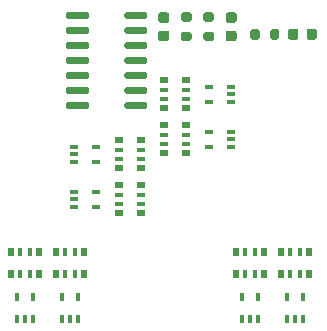
<source format=gbr>
%TF.GenerationSoftware,KiCad,Pcbnew,(5.1.9-0-10_14)*%
%TF.CreationDate,2021-01-17T14:25:06+01:00*%
%TF.ProjectId,SYZYGY-PMOD4,53595a59-4759-42d5-904d-4f44342e6b69,rev?*%
%TF.SameCoordinates,Original*%
%TF.FileFunction,Paste,Top*%
%TF.FilePolarity,Positive*%
%FSLAX46Y46*%
G04 Gerber Fmt 4.6, Leading zero omitted, Abs format (unit mm)*
G04 Created by KiCad (PCBNEW (5.1.9-0-10_14)) date 2021-01-17 14:25:06*
%MOMM*%
%LPD*%
G01*
G04 APERTURE LIST*
%ADD10R,0.500000X0.800000*%
%ADD11R,0.400000X0.800000*%
%ADD12R,0.650000X0.400000*%
%ADD13R,0.400000X0.650000*%
%ADD14R,0.800000X0.500000*%
%ADD15R,0.800000X0.400000*%
G04 APERTURE END LIST*
%TO.C,U1*%
G36*
G01*
X147625000Y-77607500D02*
X147625000Y-77307500D01*
G75*
G02*
X147775000Y-77157500I150000J0D01*
G01*
X149425000Y-77157500D01*
G75*
G02*
X149575000Y-77307500I0J-150000D01*
G01*
X149575000Y-77607500D01*
G75*
G02*
X149425000Y-77757500I-150000J0D01*
G01*
X147775000Y-77757500D01*
G75*
G02*
X147625000Y-77607500I0J150000D01*
G01*
G37*
G36*
G01*
X147625000Y-78877500D02*
X147625000Y-78577500D01*
G75*
G02*
X147775000Y-78427500I150000J0D01*
G01*
X149425000Y-78427500D01*
G75*
G02*
X149575000Y-78577500I0J-150000D01*
G01*
X149575000Y-78877500D01*
G75*
G02*
X149425000Y-79027500I-150000J0D01*
G01*
X147775000Y-79027500D01*
G75*
G02*
X147625000Y-78877500I0J150000D01*
G01*
G37*
G36*
G01*
X147625000Y-80147500D02*
X147625000Y-79847500D01*
G75*
G02*
X147775000Y-79697500I150000J0D01*
G01*
X149425000Y-79697500D01*
G75*
G02*
X149575000Y-79847500I0J-150000D01*
G01*
X149575000Y-80147500D01*
G75*
G02*
X149425000Y-80297500I-150000J0D01*
G01*
X147775000Y-80297500D01*
G75*
G02*
X147625000Y-80147500I0J150000D01*
G01*
G37*
G36*
G01*
X147625000Y-81417500D02*
X147625000Y-81117500D01*
G75*
G02*
X147775000Y-80967500I150000J0D01*
G01*
X149425000Y-80967500D01*
G75*
G02*
X149575000Y-81117500I0J-150000D01*
G01*
X149575000Y-81417500D01*
G75*
G02*
X149425000Y-81567500I-150000J0D01*
G01*
X147775000Y-81567500D01*
G75*
G02*
X147625000Y-81417500I0J150000D01*
G01*
G37*
G36*
G01*
X147625000Y-82687500D02*
X147625000Y-82387500D01*
G75*
G02*
X147775000Y-82237500I150000J0D01*
G01*
X149425000Y-82237500D01*
G75*
G02*
X149575000Y-82387500I0J-150000D01*
G01*
X149575000Y-82687500D01*
G75*
G02*
X149425000Y-82837500I-150000J0D01*
G01*
X147775000Y-82837500D01*
G75*
G02*
X147625000Y-82687500I0J150000D01*
G01*
G37*
G36*
G01*
X147625000Y-83957500D02*
X147625000Y-83657500D01*
G75*
G02*
X147775000Y-83507500I150000J0D01*
G01*
X149425000Y-83507500D01*
G75*
G02*
X149575000Y-83657500I0J-150000D01*
G01*
X149575000Y-83957500D01*
G75*
G02*
X149425000Y-84107500I-150000J0D01*
G01*
X147775000Y-84107500D01*
G75*
G02*
X147625000Y-83957500I0J150000D01*
G01*
G37*
G36*
G01*
X147625000Y-85227500D02*
X147625000Y-84927500D01*
G75*
G02*
X147775000Y-84777500I150000J0D01*
G01*
X149425000Y-84777500D01*
G75*
G02*
X149575000Y-84927500I0J-150000D01*
G01*
X149575000Y-85227500D01*
G75*
G02*
X149425000Y-85377500I-150000J0D01*
G01*
X147775000Y-85377500D01*
G75*
G02*
X147625000Y-85227500I0J150000D01*
G01*
G37*
G36*
G01*
X142675000Y-85227500D02*
X142675000Y-84927500D01*
G75*
G02*
X142825000Y-84777500I150000J0D01*
G01*
X144475000Y-84777500D01*
G75*
G02*
X144625000Y-84927500I0J-150000D01*
G01*
X144625000Y-85227500D01*
G75*
G02*
X144475000Y-85377500I-150000J0D01*
G01*
X142825000Y-85377500D01*
G75*
G02*
X142675000Y-85227500I0J150000D01*
G01*
G37*
G36*
G01*
X142675000Y-83957500D02*
X142675000Y-83657500D01*
G75*
G02*
X142825000Y-83507500I150000J0D01*
G01*
X144475000Y-83507500D01*
G75*
G02*
X144625000Y-83657500I0J-150000D01*
G01*
X144625000Y-83957500D01*
G75*
G02*
X144475000Y-84107500I-150000J0D01*
G01*
X142825000Y-84107500D01*
G75*
G02*
X142675000Y-83957500I0J150000D01*
G01*
G37*
G36*
G01*
X142675000Y-82687500D02*
X142675000Y-82387500D01*
G75*
G02*
X142825000Y-82237500I150000J0D01*
G01*
X144475000Y-82237500D01*
G75*
G02*
X144625000Y-82387500I0J-150000D01*
G01*
X144625000Y-82687500D01*
G75*
G02*
X144475000Y-82837500I-150000J0D01*
G01*
X142825000Y-82837500D01*
G75*
G02*
X142675000Y-82687500I0J150000D01*
G01*
G37*
G36*
G01*
X142675000Y-81417500D02*
X142675000Y-81117500D01*
G75*
G02*
X142825000Y-80967500I150000J0D01*
G01*
X144475000Y-80967500D01*
G75*
G02*
X144625000Y-81117500I0J-150000D01*
G01*
X144625000Y-81417500D01*
G75*
G02*
X144475000Y-81567500I-150000J0D01*
G01*
X142825000Y-81567500D01*
G75*
G02*
X142675000Y-81417500I0J150000D01*
G01*
G37*
G36*
G01*
X142675000Y-80147500D02*
X142675000Y-79847500D01*
G75*
G02*
X142825000Y-79697500I150000J0D01*
G01*
X144475000Y-79697500D01*
G75*
G02*
X144625000Y-79847500I0J-150000D01*
G01*
X144625000Y-80147500D01*
G75*
G02*
X144475000Y-80297500I-150000J0D01*
G01*
X142825000Y-80297500D01*
G75*
G02*
X142675000Y-80147500I0J150000D01*
G01*
G37*
G36*
G01*
X142675000Y-78877500D02*
X142675000Y-78577500D01*
G75*
G02*
X142825000Y-78427500I150000J0D01*
G01*
X144475000Y-78427500D01*
G75*
G02*
X144625000Y-78577500I0J-150000D01*
G01*
X144625000Y-78877500D01*
G75*
G02*
X144475000Y-79027500I-150000J0D01*
G01*
X142825000Y-79027500D01*
G75*
G02*
X142675000Y-78877500I0J150000D01*
G01*
G37*
G36*
G01*
X142675000Y-77607500D02*
X142675000Y-77307500D01*
G75*
G02*
X142825000Y-77157500I150000J0D01*
G01*
X144475000Y-77157500D01*
G75*
G02*
X144625000Y-77307500I0J-150000D01*
G01*
X144625000Y-77607500D01*
G75*
G02*
X144475000Y-77757500I-150000J0D01*
G01*
X142825000Y-77757500D01*
G75*
G02*
X142675000Y-77607500I0J150000D01*
G01*
G37*
%TD*%
D10*
%TO.C,RN2*%
X141815000Y-99312500D03*
D11*
X142615000Y-99312500D03*
D10*
X144215000Y-99312500D03*
D11*
X143415000Y-99312500D03*
D10*
X141815000Y-97512500D03*
D11*
X143415000Y-97512500D03*
X142615000Y-97512500D03*
D10*
X144215000Y-97512500D03*
%TD*%
D12*
%TO.C,D8*%
X154765000Y-84775000D03*
X154765000Y-83475000D03*
X156665000Y-84125000D03*
X156665000Y-83475000D03*
X156665000Y-84775000D03*
%TD*%
%TO.C,D7*%
X154765000Y-88585000D03*
X154765000Y-87285000D03*
X156665000Y-87935000D03*
X156665000Y-87285000D03*
X156665000Y-88585000D03*
%TD*%
%TO.C,D6*%
X145235000Y-92365000D03*
X145235000Y-93665000D03*
X143335000Y-93015000D03*
X143335000Y-93665000D03*
X143335000Y-92365000D03*
%TD*%
%TO.C,D5*%
X145235000Y-88555000D03*
X145235000Y-89855000D03*
X143335000Y-89205000D03*
X143335000Y-89855000D03*
X143335000Y-88555000D03*
%TD*%
D13*
%TO.C,D4*%
X161415000Y-101272500D03*
X162715000Y-101272500D03*
X162065000Y-103172500D03*
X162715000Y-103172500D03*
X161415000Y-103172500D03*
%TD*%
%TO.C,D3*%
X157605000Y-101272500D03*
X158905000Y-101272500D03*
X158255000Y-103172500D03*
X158905000Y-103172500D03*
X157605000Y-103172500D03*
%TD*%
%TO.C,D2*%
X142365000Y-101272500D03*
X143665000Y-101272500D03*
X143015000Y-103172500D03*
X143665000Y-103172500D03*
X142365000Y-103172500D03*
%TD*%
%TO.C,D1*%
X138555000Y-101272500D03*
X139855000Y-101272500D03*
X139205000Y-103172500D03*
X139855000Y-103172500D03*
X138555000Y-103172500D03*
%TD*%
D10*
%TO.C,RN4*%
X160865000Y-99312500D03*
D11*
X161665000Y-99312500D03*
D10*
X163265000Y-99312500D03*
D11*
X162465000Y-99312500D03*
D10*
X160865000Y-97512500D03*
D11*
X162465000Y-97512500D03*
X161665000Y-97512500D03*
D10*
X163265000Y-97512500D03*
%TD*%
D14*
%TO.C,RN8*%
X152805000Y-85325000D03*
D15*
X152805000Y-84525000D03*
D14*
X152805000Y-82925000D03*
D15*
X152805000Y-83725000D03*
D14*
X151005000Y-85325000D03*
D15*
X151005000Y-83725000D03*
X151005000Y-84525000D03*
D14*
X151005000Y-82925000D03*
%TD*%
%TO.C,RN7*%
X152805000Y-89135000D03*
D15*
X152805000Y-88335000D03*
D14*
X152805000Y-86735000D03*
D15*
X152805000Y-87535000D03*
D14*
X151005000Y-89135000D03*
D15*
X151005000Y-87535000D03*
X151005000Y-88335000D03*
D14*
X151005000Y-86735000D03*
%TD*%
%TO.C,RN6*%
X147195000Y-91815000D03*
D15*
X147195000Y-92615000D03*
D14*
X147195000Y-94215000D03*
D15*
X147195000Y-93415000D03*
D14*
X148995000Y-91815000D03*
D15*
X148995000Y-93415000D03*
X148995000Y-92615000D03*
D14*
X148995000Y-94215000D03*
%TD*%
%TO.C,RN5*%
X147195000Y-88005000D03*
D15*
X147195000Y-88805000D03*
D14*
X147195000Y-90405000D03*
D15*
X147195000Y-89605000D03*
D14*
X148995000Y-88005000D03*
D15*
X148995000Y-89605000D03*
X148995000Y-88805000D03*
D14*
X148995000Y-90405000D03*
%TD*%
D10*
%TO.C,RN3*%
X157055000Y-99312500D03*
D11*
X157855000Y-99312500D03*
D10*
X159455000Y-99312500D03*
D11*
X158655000Y-99312500D03*
D10*
X157055000Y-97512500D03*
D11*
X158655000Y-97512500D03*
X157855000Y-97512500D03*
D10*
X159455000Y-97512500D03*
%TD*%
%TO.C,RN1*%
X138005000Y-99312500D03*
D11*
X138805000Y-99312500D03*
D10*
X140405000Y-99312500D03*
D11*
X139605000Y-99312500D03*
D10*
X138005000Y-97512500D03*
D11*
X139605000Y-97512500D03*
X138805000Y-97512500D03*
D10*
X140405000Y-97512500D03*
%TD*%
%TO.C,R3*%
G36*
G01*
X152582500Y-78835000D02*
X153132500Y-78835000D01*
G75*
G02*
X153332500Y-79035000I0J-200000D01*
G01*
X153332500Y-79435000D01*
G75*
G02*
X153132500Y-79635000I-200000J0D01*
G01*
X152582500Y-79635000D01*
G75*
G02*
X152382500Y-79435000I0J200000D01*
G01*
X152382500Y-79035000D01*
G75*
G02*
X152582500Y-78835000I200000J0D01*
G01*
G37*
G36*
G01*
X152582500Y-77185000D02*
X153132500Y-77185000D01*
G75*
G02*
X153332500Y-77385000I0J-200000D01*
G01*
X153332500Y-77785000D01*
G75*
G02*
X153132500Y-77985000I-200000J0D01*
G01*
X152582500Y-77985000D01*
G75*
G02*
X152382500Y-77785000I0J200000D01*
G01*
X152382500Y-77385000D01*
G75*
G02*
X152582500Y-77185000I200000J0D01*
G01*
G37*
%TD*%
%TO.C,R2*%
G36*
G01*
X159950000Y-79320000D02*
X159950000Y-78770000D01*
G75*
G02*
X160150000Y-78570000I200000J0D01*
G01*
X160550000Y-78570000D01*
G75*
G02*
X160750000Y-78770000I0J-200000D01*
G01*
X160750000Y-79320000D01*
G75*
G02*
X160550000Y-79520000I-200000J0D01*
G01*
X160150000Y-79520000D01*
G75*
G02*
X159950000Y-79320000I0J200000D01*
G01*
G37*
G36*
G01*
X158300000Y-79320000D02*
X158300000Y-78770000D01*
G75*
G02*
X158500000Y-78570000I200000J0D01*
G01*
X158900000Y-78570000D01*
G75*
G02*
X159100000Y-78770000I0J-200000D01*
G01*
X159100000Y-79320000D01*
G75*
G02*
X158900000Y-79520000I-200000J0D01*
G01*
X158500000Y-79520000D01*
G75*
G02*
X158300000Y-79320000I0J200000D01*
G01*
G37*
%TD*%
%TO.C,R1*%
G36*
G01*
X155037500Y-77985000D02*
X154487500Y-77985000D01*
G75*
G02*
X154287500Y-77785000I0J200000D01*
G01*
X154287500Y-77385000D01*
G75*
G02*
X154487500Y-77185000I200000J0D01*
G01*
X155037500Y-77185000D01*
G75*
G02*
X155237500Y-77385000I0J-200000D01*
G01*
X155237500Y-77785000D01*
G75*
G02*
X155037500Y-77985000I-200000J0D01*
G01*
G37*
G36*
G01*
X155037500Y-79635000D02*
X154487500Y-79635000D01*
G75*
G02*
X154287500Y-79435000I0J200000D01*
G01*
X154287500Y-79035000D01*
G75*
G02*
X154487500Y-78835000I200000J0D01*
G01*
X155037500Y-78835000D01*
G75*
G02*
X155237500Y-79035000I0J-200000D01*
G01*
X155237500Y-79435000D01*
G75*
G02*
X155037500Y-79635000I-200000J0D01*
G01*
G37*
%TD*%
%TO.C,D9*%
G36*
G01*
X162350000Y-78788750D02*
X162350000Y-79301250D01*
G75*
G02*
X162131250Y-79520000I-218750J0D01*
G01*
X161693750Y-79520000D01*
G75*
G02*
X161475000Y-79301250I0J218750D01*
G01*
X161475000Y-78788750D01*
G75*
G02*
X161693750Y-78570000I218750J0D01*
G01*
X162131250Y-78570000D01*
G75*
G02*
X162350000Y-78788750I0J-218750D01*
G01*
G37*
G36*
G01*
X163925000Y-78788750D02*
X163925000Y-79301250D01*
G75*
G02*
X163706250Y-79520000I-218750J0D01*
G01*
X163268750Y-79520000D01*
G75*
G02*
X163050000Y-79301250I0J218750D01*
G01*
X163050000Y-78788750D01*
G75*
G02*
X163268750Y-78570000I218750J0D01*
G01*
X163706250Y-78570000D01*
G75*
G02*
X163925000Y-78788750I0J-218750D01*
G01*
G37*
%TD*%
%TO.C,C2*%
G36*
G01*
X156417500Y-78735000D02*
X156917500Y-78735000D01*
G75*
G02*
X157142500Y-78960000I0J-225000D01*
G01*
X157142500Y-79410000D01*
G75*
G02*
X156917500Y-79635000I-225000J0D01*
G01*
X156417500Y-79635000D01*
G75*
G02*
X156192500Y-79410000I0J225000D01*
G01*
X156192500Y-78960000D01*
G75*
G02*
X156417500Y-78735000I225000J0D01*
G01*
G37*
G36*
G01*
X156417500Y-77185000D02*
X156917500Y-77185000D01*
G75*
G02*
X157142500Y-77410000I0J-225000D01*
G01*
X157142500Y-77860000D01*
G75*
G02*
X156917500Y-78085000I-225000J0D01*
G01*
X156417500Y-78085000D01*
G75*
G02*
X156192500Y-77860000I0J225000D01*
G01*
X156192500Y-77410000D01*
G75*
G02*
X156417500Y-77185000I225000J0D01*
G01*
G37*
%TD*%
%TO.C,C1*%
G36*
G01*
X151202500Y-78085000D02*
X150702500Y-78085000D01*
G75*
G02*
X150477500Y-77860000I0J225000D01*
G01*
X150477500Y-77410000D01*
G75*
G02*
X150702500Y-77185000I225000J0D01*
G01*
X151202500Y-77185000D01*
G75*
G02*
X151427500Y-77410000I0J-225000D01*
G01*
X151427500Y-77860000D01*
G75*
G02*
X151202500Y-78085000I-225000J0D01*
G01*
G37*
G36*
G01*
X151202500Y-79635000D02*
X150702500Y-79635000D01*
G75*
G02*
X150477500Y-79410000I0J225000D01*
G01*
X150477500Y-78960000D01*
G75*
G02*
X150702500Y-78735000I225000J0D01*
G01*
X151202500Y-78735000D01*
G75*
G02*
X151427500Y-78960000I0J-225000D01*
G01*
X151427500Y-79410000D01*
G75*
G02*
X151202500Y-79635000I-225000J0D01*
G01*
G37*
%TD*%
M02*

</source>
